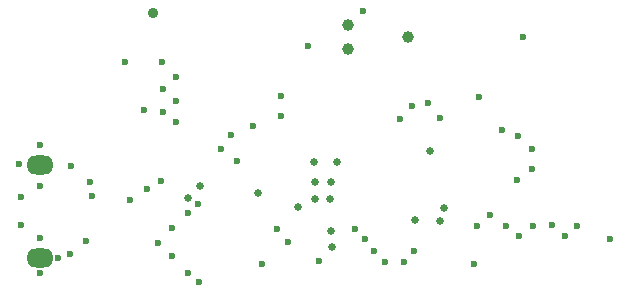
<source format=gbs>
%TF.GenerationSoftware,KiCad,Pcbnew,9.0.3*%
%TF.CreationDate,2025-09-07T06:19:25+02:00*%
%TF.ProjectId,LoTiBloxy,4c6f5469-426c-46f7-9879-2e6b69636164,rev?*%
%TF.SameCoordinates,Original*%
%TF.FileFunction,Soldermask,Bot*%
%TF.FilePolarity,Negative*%
%FSLAX46Y46*%
G04 Gerber Fmt 4.6, Leading zero omitted, Abs format (unit mm)*
G04 Created by KiCad (PCBNEW 9.0.3) date 2025-09-07 06:19:25*
%MOMM*%
%LPD*%
G01*
G04 APERTURE LIST*
%ADD10C,0.900000*%
%ADD11C,0.990600*%
%ADD12O,2.308200X1.622400*%
%ADD13C,0.600000*%
%ADD14C,0.650000*%
G04 APERTURE END LIST*
D10*
%TO.C,S3*%
X92425000Y-84775000D03*
%TD*%
D11*
%TO.C,J1*%
X114000000Y-86800000D03*
X108920000Y-87816000D03*
X108920000Y-85784000D03*
%TD*%
D12*
%TO.C,J3*%
X82829299Y-97625000D03*
X82829299Y-105525000D03*
%TD*%
D13*
X96174700Y-100975300D03*
X95325000Y-101750000D03*
X92850000Y-104250000D03*
X84375000Y-105525000D03*
X124495000Y-97955000D03*
X85450000Y-97750000D03*
X87050000Y-99100000D03*
X120000000Y-91875000D03*
X91650000Y-93000000D03*
X96250000Y-107600000D03*
X95321600Y-106771600D03*
X113300000Y-93738196D03*
X106400000Y-105750000D03*
X126150000Y-102725000D03*
X114525000Y-104925000D03*
X120950000Y-101900000D03*
X131075000Y-103900000D03*
X111060735Y-104909137D03*
X98166800Y-96316800D03*
X103775000Y-104200000D03*
X115640000Y-92410000D03*
X82850000Y-95950000D03*
X123700000Y-86800000D03*
X124500000Y-96300000D03*
X100875000Y-94350000D03*
X93200000Y-91200000D03*
X90450000Y-100600000D03*
X116700000Y-93700000D03*
X102880000Y-103105000D03*
X93175000Y-88975000D03*
X123250000Y-95200000D03*
X94300000Y-94000000D03*
X114350000Y-92700000D03*
X99475000Y-97325000D03*
X119585000Y-106050001D03*
X119845000Y-102795000D03*
X124600000Y-102800000D03*
X90000000Y-88975000D03*
X93250000Y-93200000D03*
X98960000Y-95140000D03*
X81225000Y-100375000D03*
X112050000Y-105850000D03*
X82850000Y-103850000D03*
X128250000Y-102800000D03*
X93088873Y-99038873D03*
X87200000Y-100250000D03*
X93975000Y-105374400D03*
X82800000Y-106825000D03*
X82850000Y-99400000D03*
X105475000Y-87600000D03*
X123245000Y-98895000D03*
X110375000Y-103896400D03*
X81200000Y-102700000D03*
X86732618Y-104056948D03*
X94350000Y-92250000D03*
X110175000Y-84575000D03*
X127250000Y-103650000D03*
X122301804Y-102798196D03*
X121900000Y-94700000D03*
X91850000Y-99650000D03*
X103250000Y-91850000D03*
X123390000Y-103640000D03*
X101600000Y-106000000D03*
X85400000Y-105150000D03*
X93975000Y-102991294D03*
X94300000Y-90200000D03*
X103250000Y-93475000D03*
X113600000Y-105850000D03*
X109480000Y-103080000D03*
X81000000Y-97600000D03*
D14*
X95376600Y-100406600D03*
X96331902Y-99451298D03*
X117043200Y-101295200D03*
X114550000Y-102300000D03*
X116659018Y-102379509D03*
X107500000Y-104565000D03*
X115800000Y-96450000D03*
X107450000Y-103215000D03*
X104650000Y-101200000D03*
X101281475Y-100025000D03*
X106100000Y-99100000D03*
X107430000Y-99100000D03*
X106050000Y-97400000D03*
X107975000Y-97400000D03*
X106104000Y-100500000D03*
X107354000Y-100500000D03*
M02*

</source>
